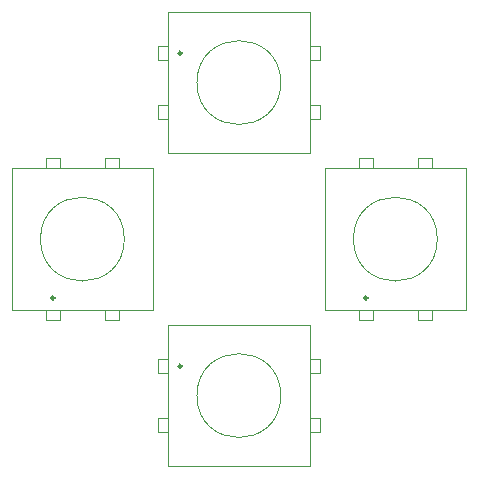
<source format=gbr>
%TF.GenerationSoftware,Altium Limited,Altium Designer,22.5.1 (42)*%
G04 Layer_Color=16711935*
%FSLAX45Y45*%
%MOMM*%
%TF.SameCoordinates,ADDB7551-072C-4BAF-947E-D85C9ED3ECA7*%
%TF.FilePolarity,Positive*%
%TF.FileFunction,Other,Mechanical_13*%
%TF.Part,Single*%
G01*
G75*
%TA.AperFunction,NonConductor*%
%ADD30C,0.25400*%
%ADD53C,0.00000*%
%ADD54C,0.02540*%
D30*
X7014300Y2030600D02*
G03*
X7014300Y2030600I-12700J0D01*
G01*
X5937300Y2607600D02*
G03*
X5937300Y2607600I-12700J0D01*
G01*
X8587300D02*
G03*
X8587300Y2607600I-12700J0D01*
G01*
X7014300Y4680600D02*
G03*
X7014300Y4680600I-12700J0D01*
G01*
D53*
X7854600Y1780600D02*
G03*
X7854600Y1780600I-355000J0D01*
G01*
X6529600Y3105600D02*
G03*
X6529600Y3105600I-355000J0D01*
G01*
X9179600D02*
G03*
X9179600Y3105600I-355000J0D01*
G01*
X7854600Y4430600D02*
G03*
X7854600Y4430600I-355000J0D01*
G01*
D54*
X6899600Y1970600D02*
Y2090600D01*
X6814600D02*
X6899600D01*
X6814600Y1970600D02*
Y2090600D01*
Y1970600D02*
X6899600D01*
Y1470600D02*
Y1590600D01*
X6814600D02*
X6899600D01*
X6814600Y1470600D02*
Y1590600D01*
Y1470600D02*
X6899600D01*
X8099600D02*
Y1590600D01*
Y1470600D02*
X8184600D01*
Y1590600D01*
X8099600D02*
X8184600D01*
X8099600Y1970600D02*
Y2090600D01*
Y1970600D02*
X8184600D01*
Y2090600D01*
X8099600D02*
X8184600D01*
X6899600Y1180600D02*
X8099600D01*
Y2380600D01*
X6899600D02*
X8099600D01*
X6899600Y1180600D02*
Y2380600D01*
X5864600Y2505600D02*
X5984600D01*
X5864600Y2420600D02*
Y2505600D01*
Y2420600D02*
X5984600D01*
Y2505600D01*
X6364600D02*
X6484600D01*
X6364600Y2420600D02*
Y2505600D01*
Y2420600D02*
X6484600D01*
Y2505600D01*
X6364600Y3705600D02*
X6484600D01*
Y3790600D01*
X6364600D02*
X6484600D01*
X6364600Y3705600D02*
Y3790600D01*
X5864600Y3705600D02*
X5984600D01*
Y3790600D01*
X5864600D02*
X5984600D01*
X5864600Y3705600D02*
Y3790600D01*
X6774600Y2505600D02*
Y3705600D01*
X5574600D02*
X6774600D01*
X5574600Y2505600D02*
Y3705600D01*
Y2505600D02*
X6774600D01*
X8514600D02*
X8634600D01*
X8514600Y2420600D02*
Y2505600D01*
Y2420600D02*
X8634600D01*
Y2505600D01*
X9014600D02*
X9134600D01*
X9014600Y2420600D02*
Y2505600D01*
Y2420600D02*
X9134600D01*
Y2505600D01*
X9014600Y3705600D02*
X9134600D01*
Y3790600D01*
X9014600D02*
X9134600D01*
X9014600Y3705600D02*
Y3790600D01*
X8514600Y3705600D02*
X8634600D01*
Y3790600D01*
X8514600D02*
X8634600D01*
X8514600Y3705600D02*
Y3790600D01*
X9424600Y2505600D02*
Y3705600D01*
X8224600D02*
X9424600D01*
X8224600Y2505600D02*
Y3705600D01*
Y2505600D02*
X9424600D01*
X6899600Y4620600D02*
X6899600Y4740600D01*
X6814600D02*
X6899600D01*
X6814600D02*
X6814600Y4620600D01*
X6899600D01*
Y4240600D02*
X6899600Y4120600D01*
X6814600Y4240600D02*
X6899600D01*
X6814600Y4120600D02*
X6814600Y4240600D01*
X6814600Y4120600D02*
X6899600D01*
X8099599D02*
X8099600Y4240600D01*
X8099599Y4120600D02*
X8184600D01*
X8184600Y4240600D02*
X8184600Y4120600D01*
X8099600Y4240600D02*
X8184600D01*
X8099599Y4740600D02*
X8099600Y4620600D01*
X8184600D01*
X8184600Y4740600D01*
X8099599D02*
X8184600D01*
X6899600Y3830600D02*
X8099600D01*
Y5030600D01*
X6899600D02*
X8099600D01*
X6899600Y3830600D02*
Y5030600D01*
%TF.MD5,4a14c87020016e349ed3b4466a224fe9*%
M02*

</source>
